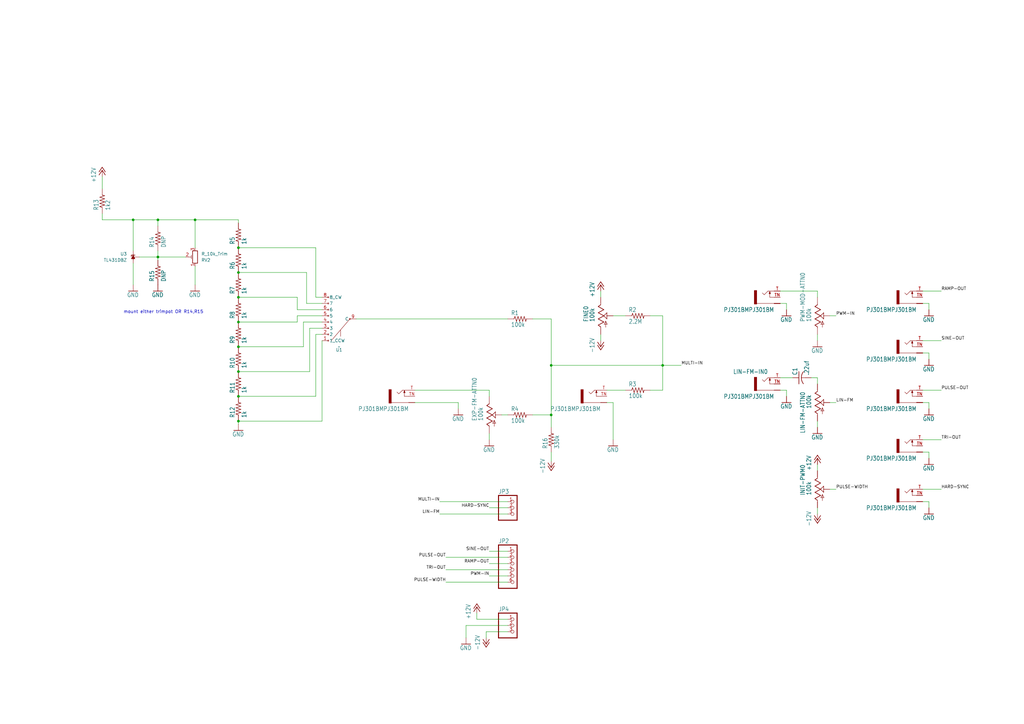
<source format=kicad_sch>
(kicad_sch (version 20231120) (generator "eeschema") (generator_version "8.0")
  (paper "A3")
  (lib_symbols
    (symbol "1UserLibrary:RS16_8PST_Rotary_Switch"
      (property "Reference" "U" (at -5.08 0 0))
      (symbol "RS16_8PST_Rotary_Switch_0_1"
        (circle (center 0 -20.32) (radius 0.2576))
        (circle (center 0 -17.78) (radius 0.2576))
        (circle (center 0 -15.24) (radius 0.2576))
        (circle (center 0 -12.7) (radius 0.2576))
        (circle (center 0 -10.16) (radius 0.2576))
        (circle (center 0 -7.62) (radius 0.2576))
        (circle (center 0 -5.08) (radius 0.2576))
        (circle (center 0 -2.54) (radius 0.2576))
        (polyline (pts (xy 5.0518 -4.2905) (xy 5.0518 -6.8305)))
        (polyline (pts (xy 8.89 -11.43) (xy 1.27 -2.54)))
        (circle (center 8.89 -11.43) (radius 0.2576))
      )
      (symbol "RS16_8PST_Rotary_Switch_1_1"
        (pin input line (at -2.54 -2.54 0) (length 2.54) (name "1_CCW") (number "1"))
        (pin input line (at -2.54 -5.08 0) (length 2.54) (name "2") (number "2"))
        (pin input line (at -2.54 -7.62 0) (length 2.54) (name "3") (number "3"))
        (pin input line (at -2.54 -10.16 0) (length 2.54) (name "4") (number "4"))
        (pin input line (at -2.54 -12.7 0) (length 2.54) (name "5") (number "5"))
        (pin input line (at -2.54 -15.24 0) (length 2.54) (name "6") (number "6"))
        (pin input line (at -2.54 -17.78 0) (length 2.54) (name "7") (number "7"))
        (pin input line (at -2.54 -20.32 0) (length 2.54) (name "8_CW") (number "8"))
        (pin input line (at 11.43 -11.43 180) (length 2.54) (name "C") (number "9"))
      )
    )
    (symbol "Device:R_Potentiometer_Trim" (pin_names (offset 1.016) hide)
      (property "Reference" "RV" (at -4.445 0 90))
      (property "Value" "R_Potentiometer_Trim" (at -2.54 0 90))
      (symbol "R_Potentiometer_Trim_0_1"
        (polyline (pts (xy 1.524 0.762) (xy 1.524 -0.762)))
        (polyline (pts (xy 2.54 0) (xy 1.524 0)))
        (rectangle (start 1.016 2.54) (end -1.016 -2.54) (stroke (width 0.254)))
      )
      (symbol "R_Potentiometer_Trim_1_1"
        (pin passive line (at 0 3.81 270) (length 1.27) (name "1") (number "1"))
        (pin passive line (at 3.81 0 180) (length 1.27) (name "2") (number "2"))
        (pin passive line (at 0 -3.81 90) (length 1.27) (name "3") (number "3"))
      )
    )
    (symbol "PJ301BMPJ301BM_1"
      (symbol "PJ301BMPJ301BM_1_1_0"
        (polyline (pts (xy -2.54 -2.54) (xy 4.572 -2.54)) (stroke (width 0.1524)))
        (polyline (pts (xy -2.54 0) (xy -0.762 0)) (stroke (width 0.1524)))
        (polyline (pts (xy -2.54 2.54) (xy 0 2.54)) (stroke (width 0.1524)))
        (polyline (pts (xy -1.016 1.524) (xy -0.508 1.524)) (stroke (width 0.254)))
        (polyline (pts (xy -0.762 0) (xy -0.762 2.286)) (stroke (width 0.1524)))
        (polyline (pts (xy -0.762 2.286) (xy -1.016 1.524)) (stroke (width 0.254)))
        (polyline (pts (xy -0.508 1.524) (xy -0.762 2.286)) (stroke (width 0.254)))
        (polyline (pts (xy 0 2.54) (xy 1.524 1.016)) (stroke (width 0.1524)))
        (polyline (pts (xy 1.524 1.016) (xy 2.286 1.778)) (stroke (width 0.1524)))
        (rectangle (start 4.572 2.794) (end 5.588 -2.794) (fill (type outline)))
        (pin passive line (at -5.08 -2.54 0) (length 2.54) (name "5") (number "GND2"))
        (pin passive line (at -5.08 -2.54 0) (length 2.54) (name "S") (number "S"))
        (pin passive line (at -5.08 2.54 0) (length 2.54) (name "T") (number "T"))
        (pin passive line (at -5.08 0 0) (length 2.54) (name "TN") (number "TN"))
      )
    )
    (symbol "PJ301BMPJ301BM_2"
      (symbol "PJ301BMPJ301BM_2_1_0"
        (polyline (pts (xy -2.54 -2.54) (xy 4.572 -2.54)) (stroke (width 0.1524)))
        (polyline (pts (xy -2.54 0) (xy -0.762 0)) (stroke (width 0.1524)))
        (polyline (pts (xy -2.54 2.54) (xy 0 2.54)) (stroke (width 0.1524)))
        (polyline (pts (xy -1.016 1.524) (xy -0.508 1.524)) (stroke (width 0.254)))
        (polyline (pts (xy -0.762 0) (xy -0.762 2.286)) (stroke (width 0.1524)))
        (polyline (pts (xy -0.762 2.286) (xy -1.016 1.524)) (stroke (width 0.254)))
        (polyline (pts (xy -0.508 1.524) (xy -0.762 2.286)) (stroke (width 0.254)))
        (polyline (pts (xy 0 2.54) (xy 1.524 1.016)) (stroke (width 0.1524)))
        (polyline (pts (xy 1.524 1.016) (xy 2.286 1.778)) (stroke (width 0.1524)))
        (rectangle (start 4.572 2.794) (end 5.588 -2.794) (fill (type outline)))
        (pin passive line (at -5.08 -2.54 0) (length 2.54) (name "5") (number "GND2"))
        (pin passive line (at -5.08 -2.54 0) (length 2.54) (name "S") (number "S"))
        (pin passive line (at -5.08 2.54 0) (length 2.54) (name "T") (number "T"))
        (pin passive line (at -5.08 0 0) (length 2.54) (name "TN") (number "TN"))
      )
    )
    (symbol "PJ301BMPJ301BM_3"
      (symbol "PJ301BMPJ301BM_3_1_0"
        (polyline (pts (xy -2.54 -2.54) (xy 4.572 -2.54)) (stroke (width 0.1524)))
        (polyline (pts (xy -2.54 0) (xy -0.762 0)) (stroke (width 0.1524)))
        (polyline (pts (xy -2.54 2.54) (xy 0 2.54)) (stroke (width 0.1524)))
        (polyline (pts (xy -1.016 1.524) (xy -0.508 1.524)) (stroke (width 0.254)))
        (polyline (pts (xy -0.762 0) (xy -0.762 2.286)) (stroke (width 0.1524)))
        (polyline (pts (xy -0.762 2.286) (xy -1.016 1.524)) (stroke (width 0.254)))
        (polyline (pts (xy -0.508 1.524) (xy -0.762 2.286)) (stroke (width 0.254)))
        (polyline (pts (xy 0 2.54) (xy 1.524 1.016)) (stroke (width 0.1524)))
        (polyline (pts (xy 1.524 1.016) (xy 2.286 1.778)) (stroke (width 0.1524)))
        (rectangle (start 4.572 2.794) (end 5.588 -2.794) (fill (type outline)))
        (pin passive line (at -5.08 -2.54 0) (length 2.54) (name "5") (number "GND2"))
        (pin passive line (at -5.08 -2.54 0) (length 2.54) (name "S") (number "S"))
        (pin passive line (at -5.08 2.54 0) (length 2.54) (name "T") (number "T"))
        (pin passive line (at -5.08 0 0) (length 2.54) (name "TN") (number "TN"))
      )
    )
    (symbol "PJ301BMPJ301BM_4"
      (symbol "PJ301BMPJ301BM_4_1_0"
        (polyline (pts (xy -2.54 -2.54) (xy 4.572 -2.54)) (stroke (width 0.1524)))
        (polyline (pts (xy -2.54 0) (xy -0.762 0)) (stroke (width 0.1524)))
        (polyline (pts (xy -2.54 2.54) (xy 0 2.54)) (stroke (width 0.1524)))
        (polyline (pts (xy -1.016 1.524) (xy -0.508 1.524)) (stroke (width 0.254)))
        (polyline (pts (xy -0.762 0) (xy -0.762 2.286)) (stroke (width 0.1524)))
        (polyline (pts (xy -0.762 2.286) (xy -1.016 1.524)) (stroke (width 0.254)))
        (polyline (pts (xy -0.508 1.524) (xy -0.762 2.286)) (stroke (width 0.254)))
        (polyline (pts (xy 0 2.54) (xy 1.524 1.016)) (stroke (width 0.1524)))
        (polyline (pts (xy 1.524 1.016) (xy 2.286 1.778)) (stroke (width 0.1524)))
        (rectangle (start 4.572 2.794) (end 5.588 -2.794) (fill (type outline)))
        (pin passive line (at -5.08 -2.54 0) (length 2.54) (name "5") (number "GND2"))
        (pin passive line (at -5.08 -2.54 0) (length 2.54) (name "S") (number "S"))
        (pin passive line (at -5.08 2.54 0) (length 2.54) (name "T") (number "T"))
        (pin passive line (at -5.08 0 0) (length 2.54) (name "TN") (number "TN"))
      )
    )
    (symbol "PJ301BMPJ301BM_5"
      (symbol "PJ301BMPJ301BM_5_1_0"
        (polyline (pts (xy -2.54 -2.54) (xy 4.572 -2.54)) (stroke (width 0.1524)))
        (polyline (pts (xy -2.54 0) (xy -0.762 0)) (stroke (width 0.1524)))
        (polyline (pts (xy -2.54 2.54) (xy 0 2.54)) (stroke (width 0.1524)))
        (polyline (pts (xy -1.016 1.524) (xy -0.508 1.524)) (stroke (width 0.254)))
        (polyline (pts (xy -0.762 0) (xy -0.762 2.286)) (stroke (width 0.1524)))
        (polyline (pts (xy -0.762 2.286) (xy -1.016 1.524)) (stroke (width 0.254)))
        (polyline (pts (xy -0.508 1.524) (xy -0.762 2.286)) (stroke (width 0.254)))
        (polyline (pts (xy 0 2.54) (xy 1.524 1.016)) (stroke (width 0.1524)))
        (polyline (pts (xy 1.524 1.016) (xy 2.286 1.778)) (stroke (width 0.1524)))
        (rectangle (start 4.572 2.794) (end 5.588 -2.794) (fill (type outline)))
        (pin passive line (at -5.08 -2.54 0) (length 2.54) (name "5") (number "GND2"))
        (pin passive line (at -5.08 -2.54 0) (length 2.54) (name "S") (number "S"))
        (pin passive line (at -5.08 2.54 0) (length 2.54) (name "T") (number "T"))
        (pin passive line (at -5.08 0 0) (length 2.54) (name "TN") (number "TN"))
      )
    )
    (symbol "PJ301BMPJ301BM_6"
      (symbol "PJ301BMPJ301BM_6_1_0"
        (polyline (pts (xy -2.54 -2.54) (xy 4.572 -2.54)) (stroke (width 0.1524)))
        (polyline (pts (xy -2.54 0) (xy -0.762 0)) (stroke (width 0.1524)))
        (polyline (pts (xy -2.54 2.54) (xy 0 2.54)) (stroke (width 0.1524)))
        (polyline (pts (xy -1.016 1.524) (xy -0.508 1.524)) (stroke (width 0.254)))
        (polyline (pts (xy -0.762 0) (xy -0.762 2.286)) (stroke (width 0.1524)))
        (polyline (pts (xy -0.762 2.286) (xy -1.016 1.524)) (stroke (width 0.254)))
        (polyline (pts (xy -0.508 1.524) (xy -0.762 2.286)) (stroke (width 0.254)))
        (polyline (pts (xy 0 2.54) (xy 1.524 1.016)) (stroke (width 0.1524)))
        (polyline (pts (xy 1.524 1.016) (xy 2.286 1.778)) (stroke (width 0.1524)))
        (rectangle (start 4.572 2.794) (end 5.588 -2.794) (fill (type outline)))
        (pin passive line (at -5.08 -2.54 0) (length 2.54) (name "5") (number "GND2"))
        (pin passive line (at -5.08 -2.54 0) (length 2.54) (name "S") (number "S"))
        (pin passive line (at -5.08 2.54 0) (length 2.54) (name "T") (number "T"))
        (pin passive line (at -5.08 0 0) (length 2.54) (name "TN") (number "TN"))
      )
    )
    (symbol "PJ301BMPJ301BM_7"
      (symbol "PJ301BMPJ301BM_7_1_0"
        (polyline (pts (xy -2.54 -2.54) (xy 4.572 -2.54)) (stroke (width 0.1524)))
        (polyline (pts (xy -2.54 0) (xy -0.762 0)) (stroke (width 0.1524)))
        (polyline (pts (xy -2.54 2.54) (xy 0 2.54)) (stroke (width 0.1524)))
        (polyline (pts (xy -1.016 1.524) (xy -0.508 1.524)) (stroke (width 0.254)))
        (polyline (pts (xy -0.762 0) (xy -0.762 2.286)) (stroke (width 0.1524)))
        (polyline (pts (xy -0.762 2.286) (xy -1.016 1.524)) (stroke (width 0.254)))
        (polyline (pts (xy -0.508 1.524) (xy -0.762 2.286)) (stroke (width 0.254)))
        (polyline (pts (xy 0 2.54) (xy 1.524 1.016)) (stroke (width 0.1524)))
        (polyline (pts (xy 1.524 1.016) (xy 2.286 1.778)) (stroke (width 0.1524)))
        (rectangle (start 4.572 2.794) (end 5.588 -2.794) (fill (type outline)))
        (pin passive line (at -5.08 -2.54 0) (length 2.54) (name "5") (number "GND2"))
        (pin passive line (at -5.08 -2.54 0) (length 2.54) (name "S") (number "S"))
        (pin passive line (at -5.08 2.54 0) (length 2.54) (name "T") (number "T"))
        (pin passive line (at -5.08 0 0) (length 2.54) (name "TN") (number "TN"))
      )
    )
    (symbol "PJ301BMPJ301BM_8"
      (symbol "PJ301BMPJ301BM_8_1_0"
        (polyline (pts (xy -2.54 -2.54) (xy 4.572 -2.54)) (stroke (width 0.1524)))
        (polyline (pts (xy -2.54 0) (xy -0.762 0)) (stroke (width 0.1524)))
        (polyline (pts (xy -2.54 2.54) (xy 0 2.54)) (stroke (width 0.1524)))
        (polyline (pts (xy -1.016 1.524) (xy -0.508 1.524)) (stroke (width 0.254)))
        (polyline (pts (xy -0.762 0) (xy -0.762 2.286)) (stroke (width 0.1524)))
        (polyline (pts (xy -0.762 2.286) (xy -1.016 1.524)) (stroke (width 0.254)))
        (polyline (pts (xy -0.508 1.524) (xy -0.762 2.286)) (stroke (width 0.254)))
        (polyline (pts (xy 0 2.54) (xy 1.524 1.016)) (stroke (width 0.1524)))
        (polyline (pts (xy 1.524 1.016) (xy 2.286 1.778)) (stroke (width 0.1524)))
        (rectangle (start 4.572 2.794) (end 5.588 -2.794) (fill (type outline)))
        (pin passive line (at -5.08 -2.54 0) (length 2.54) (name "5") (number "GND2"))
        (pin passive line (at -5.08 -2.54 0) (length 2.54) (name "S") (number "S"))
        (pin passive line (at -5.08 2.54 0) (length 2.54) (name "T") (number "T"))
        (pin passive line (at -5.08 0 0) (length 2.54) (name "TN") (number "TN"))
      )
    )
    (symbol "Reference_Voltage:TL431DBZ" (pin_numbers hide) (pin_names hide)
      (property "Reference" "U3" (at 1.2701 -2.54 90))
      (property "Value" "TL431DBZ" (at -1.2699 -2.54 90))
      (symbol "TL431DBZ_0_1"
        (polyline (pts (xy -1.27 0) (xy 0 0) (xy 1.27 0)))
        (polyline (pts (xy -0.762 -0.762) (xy -0.762 0.762) (xy 0.762 0) (xy -0.762 -0.762)) (fill (type outline)))
        (polyline (pts (xy 0.254 -0.762) (xy 0.762 -0.762) (xy 0.762 0.762) (xy 0.762 0.762)) (stroke (width 0.254)))
      )
      (symbol "TL431DBZ_1_1"
        (pin passive line (at 0 2.54 270) (length 2.54) (name "REF") (number "1"))
        (pin passive line (at 2.54 0 180) (length 2.54) (name "K") (number "2"))
        (pin passive line (at -2.54 0 0) (length 2.54) (name "A") (number "3"))
      )
    )
    (symbol "ioboard-eagle-import:+12V" (power)
      (symbol "+12V_1_0"
        (polyline (pts (xy 0 0) (xy -1.27 -1.905)) (stroke (width 0.254)))
        (polyline (pts (xy 0 1.27) (xy -1.27 -0.635)) (stroke (width 0.254)))
        (polyline (pts (xy 1.27 -1.905) (xy 0 0)) (stroke (width 0.254)))
        (polyline (pts (xy 1.27 -0.635) (xy 0 1.27)) (stroke (width 0.254)))
        (pin power_in line (at 0 -2.54 90) (length 2.54) (name "+12V") (number "1"))
      )
    )
    (symbol "ioboard-eagle-import:-12V" (power)
      (symbol "-12V_1_0"
        (polyline (pts (xy -1.27 0.635) (xy 0 -1.27)) (stroke (width 0.254)))
        (polyline (pts (xy -1.27 1.905) (xy 0 0)) (stroke (width 0.254)))
        (polyline (pts (xy 0 -1.27) (xy 1.27 0.635)) (stroke (width 0.254)))
        (polyline (pts (xy 0 0) (xy 1.27 1.905)) (stroke (width 0.254)))
        (pin power_in line (at 0 2.54 270) (length 2.54) (name "-12V") (number "1"))
      )
    )
    (symbol "ioboard-eagle-import:A4L-LOC"
      (symbol "A4L-LOC_1_0"
        (polyline (pts (xy 0 44.7675) (xy 3.81 44.7675)))
        (polyline (pts (xy 0 89.535) (xy 3.81 89.535)))
        (polyline (pts (xy 0 134.3025) (xy 3.81 134.3025)))
        (polyline (pts (xy 3.81 3.81) (xy 3.81 175.26)))
        (polyline (pts (xy 43.3917 0) (xy 43.3917 3.81)))
        (polyline (pts (xy 43.3917 175.26) (xy 43.3917 179.07)))
        (polyline (pts (xy 86.7833 0) (xy 86.7833 3.81)))
        (polyline (pts (xy 86.7833 175.26) (xy 86.7833 179.07)))
        (polyline (pts (xy 130.175 0) (xy 130.175 3.81)))
        (polyline (pts (xy 130.175 175.26) (xy 130.175 179.07)))
        (polyline (pts (xy 161.29 3.81) (xy 161.29 24.13)) (stroke (width 0.1016)))
        (polyline (pts (xy 161.29 24.13) (xy 215.265 24.13)) (stroke (width 0.1016)))
        (polyline (pts (xy 173.5667 0) (xy 173.5667 3.81)))
        (polyline (pts (xy 173.5667 175.26) (xy 173.5667 179.07)))
        (polyline (pts (xy 215.265 8.89) (xy 215.265 3.81)) (stroke (width 0.1016)))
        (polyline (pts (xy 215.265 8.89) (xy 215.265 13.97)) (stroke (width 0.1016)))
        (polyline (pts (xy 215.265 13.97) (xy 215.265 19.05)) (stroke (width 0.1016)))
        (polyline (pts (xy 215.265 13.97) (xy 256.54 13.97)) (stroke (width 0.1016)))
        (polyline (pts (xy 215.265 19.05) (xy 215.265 24.13)) (stroke (width 0.1016)))
        (polyline (pts (xy 215.265 19.05) (xy 256.54 19.05)) (stroke (width 0.1016)))
        (polyline (pts (xy 215.265 24.13) (xy 256.54 24.13)) (stroke (width 0.1016)))
        (polyline (pts (xy 216.9583 0) (xy 216.9583 3.81)))
        (polyline (pts (xy 216.9583 175.26) (xy 216.9583 179.07)))
        (polyline (pts (xy 246.38 3.81) (xy 246.38 8.89)) (stroke (width 0.1016)))
        (polyline (pts (xy 246.38 8.89) (xy 215.265 8.89)) (stroke (width 0.1016)))
        (polyline (pts (xy 246.38 8.89) (xy 256.54 8.89)) (stroke (width 0.1016)))
        (polyline (pts (xy 256.54 3.81) (xy 3.81 3.81)))
        (polyline (pts (xy 256.54 3.81) (xy 256.54 8.89)) (stroke (width 0.1016)))
        (polyline (pts (xy 256.54 3.81) (xy 256.54 175.26)))
        (polyline (pts (xy 256.54 8.89) (xy 256.54 13.97)) (stroke (width 0.1016)))
        (polyline (pts (xy 256.54 13.97) (xy 256.54 19.05)) (stroke (width 0.1016)))
        (polyline (pts (xy 256.54 19.05) (xy 256.54 24.13)) (stroke (width 0.1016)))
        (polyline (pts (xy 256.54 44.7675) (xy 260.35 44.7675)))
        (polyline (pts (xy 256.54 89.535) (xy 260.35 89.535)))
        (polyline (pts (xy 256.54 134.3025) (xy 260.35 134.3025)))
        (polyline (pts (xy 256.54 175.26) (xy 3.81 175.26)))
        (polyline (pts (xy 0 0) (xy 260.35 0) (xy 260.35 179.07) (xy 0 179.07) (xy 0 0)))
        (text "${#}/${##}" (at 230.505 5.08 0) (effects (font (size 2.54 2.159)) (justify left bottom)))
        (text "${CURRENT_DATE}" (at 217.17 10.16 0) (effects (font (size 2.286 1.9431)) (justify left bottom)))
        (text "${PROJECTNAME}" (at 217.17 15.24 0) (effects (font (size 2.54 2.159)) (justify left bottom)))
        (text "1" (at 21.6958 1.905 0) (effects (font (size 2.54 2.286))))
        (text "1" (at 21.6958 177.165 0) (effects (font (size 2.54 2.286))))
        (text "2" (at 65.0875 1.905 0) (effects (font (size 2.54 2.286))))
        (text "2" (at 65.0875 177.165 0) (effects (font (size 2.54 2.286))))
        (text "3" (at 108.4792 1.905 0) (effects (font (size 2.54 2.286))))
        (text "3" (at 108.4792 177.165 0) (effects (font (size 2.54 2.286))))
        (text "4" (at 151.8708 1.905 0) (effects (font (size 2.54 2.286))))
        (text "4" (at 151.8708 177.165 0) (effects (font (size 2.54 2.286))))
        (text "5" (at 195.2625 1.905 0) (effects (font (size 2.54 2.286))))
        (text "5" (at 195.2625 177.165 0) (effects (font (size 2.54 2.286))))
        (text "6" (at 238.6542 1.905 0) (effects (font (size 2.54 2.286))))
        (text "6" (at 238.6542 177.165 0) (effects (font (size 2.54 2.286))))
        (text "A" (at 1.905 156.6863 0) (effects (font (size 2.54 2.286))))
        (text "A" (at 258.445 156.6863 0) (effects (font (size 2.54 2.286))))
        (text "B" (at 1.905 111.9188 0) (effects (font (size 2.54 2.286))))
        (text "B" (at 258.445 111.9188 0) (effects (font (size 2.54 2.286))))
        (text "C" (at 1.905 67.1513 0) (effects (font (size 2.54 2.286))))
        (text "C" (at 258.445 67.1513 0) (effects (font (size 2.54 2.286))))
        (text "D" (at 1.905 22.3838 0) (effects (font (size 2.54 2.286))))
        (text "D" (at 258.445 22.3838 0) (effects (font (size 2.54 2.286))))
        (text "Sheet:" (at 216.916 4.953 0) (effects (font (size 2.54 2.159)) (justify left bottom)))
      )
    )
    (symbol "ioboard-eagle-import:ALPHA-9MMA"
      (property "Reference" "R" (at -5.08 -2.54 90))
      (symbol "ALPHA-9MMA_1_0"
        (polyline (pts (xy -1.016 -3.81) (xy 1.27 -2.54)) (stroke (width 0.254)))
        (polyline (pts (xy -1.016 -1.27) (xy 1.27 0)) (stroke (width 0.254)))
        (polyline (pts (xy -1.016 1.27) (xy 1.27 2.54)) (stroke (width 0.254)))
        (polyline (pts (xy -1.016 3.81) (xy 0 4.572)) (stroke (width 0.254)))
        (polyline (pts (xy 0 -5.08) (xy 0 -4.572)) (stroke (width 0.1524)))
        (polyline (pts (xy 0 -4.572) (xy -1.016 -3.81)) (stroke (width 0.254)))
        (polyline (pts (xy 0 4.572) (xy 0 5.08)) (stroke (width 0.1524)))
        (polyline (pts (xy 1.27 -2.54) (xy -1.016 -1.27)) (stroke (width 0.254)))
        (polyline (pts (xy 1.27 0) (xy -1.016 1.27)) (stroke (width 0.254)))
        (polyline (pts (xy 1.27 0) (xy 2.54 1.27)) (stroke (width 0.2032)))
        (polyline (pts (xy 1.27 2.54) (xy -1.016 3.81)) (stroke (width 0.254)))
        (polyline (pts (xy 1.397 -3.429) (xy 2.032 -2.159)) (stroke (width 0.1524)))
        (polyline (pts (xy 2.032 -4.699) (xy 2.032 -2.159)) (stroke (width 0.1524)))
        (polyline (pts (xy 2.032 -2.159) (xy 2.667 -3.429)) (stroke (width 0.1524)))
        (polyline (pts (xy 2.54 -1.27) (xy 1.27 0)) (stroke (width 0.2032)))
        (polyline (pts (xy 2.54 1.27) (xy 2.54 -1.27)) (stroke (width 0.2032)))
        (polyline (pts (xy 2.667 -3.429) (xy 1.397 -3.429)) (stroke (width 0.1524)))
        (pin passive line (at 0 -7.62 90) (length 2.54) (name "A") (number "1"))
        (pin passive line (at 5.08 0 180) (length 2.54) (name "S") (number "2"))
        (pin passive line (at 0 7.62 270) (length 2.54) (name "E") (number "3"))
      )
    )
    (symbol "ioboard-eagle-import:C-US050-024X044"
      (property "Reference" "C" (at 1.016 0.635 0))
      (symbol "C-US050-024X044_1_0"
        (arc (start 0 -1.0161) (mid -1.302 -1.2303) (end -2.4668 -1.8504) (stroke (width 0.254)))
        (polyline (pts (xy -2.54 0) (xy 2.54 0)) (stroke (width 0.254)))
        (polyline (pts (xy 0 -1.016) (xy 0 -2.54)) (stroke (width 0.1524)))
        (arc (start 2.4892 -1.8541) (mid 1.3158 -1.2194) (end 0 -1) (stroke (width 0.254)))
        (pin passive line (at 0 2.54 270) (length 2.54) (name "1") (number "1"))
        (pin passive line (at 0 -5.08 90) (length 2.54) (name "2") (number "2"))
      )
    )
    (symbol "ioboard-eagle-import:GND" (power)
      (symbol "GND_1_0"
        (polyline (pts (xy -1.905 0) (xy 1.905 0)) (stroke (width 0.254)))
        (pin power_in line (at 0 2.54 270) (length 2.54) (name "GND") (number "1"))
      )
    )
    (symbol "ioboard-eagle-import:PINHD-1X3"
      (property "Reference" "JP" (at -6.35 5.715 0))
      (symbol "PINHD-1X3_1_0"
        (polyline (pts (xy -6.35 -5.08) (xy 1.27 -5.08)) (stroke (width 0.4064)))
        (polyline (pts (xy -6.35 5.08) (xy -6.35 -5.08)) (stroke (width 0.4064)))
        (polyline (pts (xy 1.27 -5.08) (xy 1.27 5.08)) (stroke (width 0.4064)))
        (polyline (pts (xy 1.27 5.08) (xy -6.35 5.08)) (stroke (width 0.4064)))
        (pin passive inverted (at -2.54 2.54 0) (length 2.54) (name "1") (number "1"))
        (pin passive inverted (at -2.54 0 0) (length 2.54) (name "2") (number "2"))
        (pin passive inverted (at -2.54 -2.54 0) (length 2.54) (name "3") (number "3"))
      )
    )
    (symbol "ioboard-eagle-import:PINHD-1X6"
      (property "Reference" "JP" (at -6.35 10.795 0))
      (symbol "PINHD-1X6_1_0"
        (polyline (pts (xy -6.35 -7.62) (xy 1.27 -7.62)) (stroke (width 0.4064)))
        (polyline (pts (xy -6.35 10.16) (xy -6.35 -7.62)) (stroke (width 0.4064)))
        (polyline (pts (xy 1.27 -7.62) (xy 1.27 10.16)) (stroke (width 0.4064)))
        (polyline (pts (xy 1.27 10.16) (xy -6.35 10.16)) (stroke (width 0.4064)))
        (pin passive inverted (at -2.54 7.62 0) (length 2.54) (name "1") (number "1"))
        (pin passive inverted (at -2.54 5.08 0) (length 2.54) (name "2") (number "2"))
        (pin passive inverted (at -2.54 2.54 0) (length 2.54) (name "3") (number "3"))
        (pin passive inverted (at -2.54 0 0) (length 2.54) (name "4") (number "4"))
        (pin passive inverted (at -2.54 -2.54 0) (length 2.54) (name "5") (number "5"))
        (pin passive inverted (at -2.54 -5.08 0) (length 2.54) (name "6") (number "6"))
      )
    )
    (symbol "ioboard-eagle-import:R-US_0207/10"
      (property "Reference" "R" (at -3.81 1.4986 0))
      (symbol "R-US_0207/10_1_0"
        (polyline (pts (xy -2.54 0) (xy -2.159 1.016)) (stroke (width 0.2032)))
        (polyline (pts (xy -2.159 1.016) (xy -1.524 -1.016)) (stroke (width 0.2032)))
        (polyline (pts (xy -1.524 -1.016) (xy -0.889 1.016)) (stroke (width 0.2032)))
        (polyline (pts (xy -0.889 1.016) (xy -0.254 -1.016)) (stroke (width 0.2032)))
        (polyline (pts (xy -0.254 -1.016) (xy 0.381 1.016)) (stroke (width 0.2032)))
        (polyline (pts (xy 0.381 1.016) (xy 1.016 -1.016)) (stroke (width 0.2032)))
        (polyline (pts (xy 1.016 -1.016) (xy 1.651 1.016)) (stroke (width 0.2032)))
        (polyline (pts (xy 1.651 1.016) (xy 2.286 -1.016)) (stroke (width 0.2032)))
        (polyline (pts (xy 2.286 -1.016) (xy 2.54 0)) (stroke (width 0.2032)))
        (pin passive line (at -5.08 0 0) (length 2.54) (name "1") (number "1"))
        (pin passive line (at 5.08 0 180) (length 2.54) (name "2") (number "2"))
      )
    )
  )
  (junction (at 97.79 101.6))
  (junction (at 226.06 170.18))
  (junction (at 54.61 90.17))
  (junction (at 226.06 149.86))
  (junction (at 97.79 132.08))
  (junction (at 271.78 149.86))
  (junction (at 97.79 172.72))
  (junction (at 97.79 162.56))
  (junction (at 97.79 111.76))
  (junction (at 97.79 152.4))
  (junction (at 64.77 90.17))
  (junction (at 97.79 142.24))
  (junction (at 97.79 121.92))
  (junction (at 64.77 105.41))
  (junction (at 80.01 90.17))
  (wire (pts (xy 200.66 180.34) (xy 200.66 177.8)) (stroke (width 0.1524)))
  (wire (pts (xy 187.96 165.1) (xy 187.96 167.64)) (stroke (width 0.1524)))
  (wire (pts (xy 335.28 175.26) (xy 335.28 172.72)) (stroke (width 0.1524)))
  (wire (pts (xy 226.06 170.18) (xy 226.06 149.86)) (stroke (width 0.1524)))
  (wire (pts (xy 320.04 124.46) (xy 322.58 124.46)) (stroke (width 0.1524)))
  (wire (pts (xy 64.77 105.41) (xy 64.77 106.68)))
  (wire (pts (xy 335.28 119.38) (xy 335.28 121.92)) (stroke (width 0.1524)))
  (wire (pts (xy 322.58 160.02) (xy 322.58 162.56)) (stroke (width 0.1524)))
  (wire (pts (xy 378.46 205.74) (xy 381 205.74)) (stroke (width 0.1524)))
  (wire (pts (xy 54.61 116.84) (xy 54.61 107.95)))
  (wire (pts (xy 378.46 180.34) (xy 386.08 180.34)) (stroke (width 0.1524)))
  (wire (pts (xy 124.46 132.08) (xy 124.46 142.24)))
  (wire (pts (xy 80.01 109.22) (xy 80.01 116.84)))
  (wire (pts (xy 208.28 231.14) (xy 200.66 231.14)) (stroke (width 0.1524)))
  (wire (pts (xy 335.28 119.38) (xy 320.04 119.38)) (stroke (width 0.1524)))
  (wire (pts (xy 246.38 121.92) (xy 246.38 119.38)) (stroke (width 0.1524)))
  (wire (pts (xy 97.79 172.72) (xy 97.79 173.99)))
  (wire (pts (xy 208.28 236.22) (xy 200.66 236.22)) (stroke (width 0.1524)))
  (wire (pts (xy 129.54 162.56) (xy 97.79 162.56)))
  (wire (pts (xy 200.66 160.02) (xy 200.66 162.56)) (stroke (width 0.1524)))
  (wire (pts (xy 121.92 129.54) (xy 121.92 132.08)))
  (wire (pts (xy 121.92 127) (xy 121.92 121.92)))
  (wire (pts (xy 248.92 160.02) (xy 256.54 160.02)) (stroke (width 0.1524)))
  (wire (pts (xy 191.135 256.54) (xy 191.135 261.62)) (stroke (width 0.1524)))
  (wire (pts (xy 199.39 259.08) (xy 199.39 261.62)) (stroke (width 0.1524)))
  (wire (pts (xy 121.92 132.08) (xy 97.79 132.08)))
  (wire (pts (xy 218.44 130.81) (xy 226.06 130.81)) (stroke (width 0.1524)))
  (wire (pts (xy 54.61 90.17) (xy 54.61 102.87)))
  (wire (pts (xy 208.28 210.82) (xy 180.34 210.82)) (stroke (width 0.1524)))
  (wire (pts (xy 54.61 90.17) (xy 64.77 90.17)))
  (wire (pts (xy 251.46 165.1) (xy 251.46 180.34)) (stroke (width 0.1524)))
  (wire (pts (xy 218.44 170.18) (xy 226.06 170.18)) (stroke (width 0.1524)))
  (wire (pts (xy 208.28 205.74) (xy 180.34 205.74)) (stroke (width 0.1524)))
  (wire (pts (xy 64.77 92.71) (xy 64.77 90.17)))
  (wire (pts (xy 381 205.74) (xy 381 208.28)) (stroke (width 0.1524)))
  (wire (pts (xy 129.54 137.16) (xy 129.54 162.56)))
  (wire (pts (xy 80.01 90.17) (xy 80.01 101.6)))
  (wire (pts (xy 381 165.1) (xy 381 167.64)) (stroke (width 0.1524)))
  (wire (pts (xy 64.77 102.87) (xy 64.77 105.41)))
  (wire (pts (xy 97.79 91.44) (xy 97.79 90.17)))
  (wire (pts (xy 125.73 111.76) (xy 97.79 111.76)))
  (wire (pts (xy 335.28 154.94) (xy 335.28 157.48)) (stroke (width 0.1524)))
  (wire (pts (xy 325.12 154.94) (xy 320.04 154.94)) (stroke (width 0.1524)))
  (wire (pts (xy 340.36 165.1) (xy 342.9 165.1)) (stroke (width 0.1524)))
  (wire (pts (xy 132.08 121.92) (xy 129.54 121.92)))
  (wire (pts (xy 132.08 132.08) (xy 124.46 132.08)))
  (wire (pts (xy 41.91 72.39) (xy 41.91 77.47)))
  (wire (pts (xy 271.78 149.86) (xy 271.78 129.54)) (stroke (width 0.1524)))
  (wire (pts (xy 205.74 170.18) (xy 208.28 170.18)) (stroke (width 0.1524)))
  (wire (pts (xy 271.78 160.02) (xy 271.78 149.86)) (stroke (width 0.1524)))
  (wire (pts (xy 378.46 119.38) (xy 386.08 119.38)) (stroke (width 0.1524)))
  (wire (pts (xy 320.04 160.02) (xy 322.58 160.02)) (stroke (width 0.1524)))
  (wire (pts (xy 64.77 90.17) (xy 80.01 90.17)))
  (wire (pts (xy 226.06 185.42) (xy 226.06 189.23)))
  (wire (pts (xy 378.46 165.1) (xy 381 165.1)) (stroke (width 0.1524)))
  (wire (pts (xy 378.46 139.7) (xy 386.08 139.7)) (stroke (width 0.1524)))
  (wire (pts (xy 378.46 185.42) (xy 381 185.42)) (stroke (width 0.1524)))
  (wire (pts (xy 335.28 210.82) (xy 335.28 208.28)) (stroke (width 0.1524)))
  (wire (pts (xy 41.91 90.17) (xy 54.61 90.17)))
  (wire (pts (xy 340.36 200.66) (xy 342.9 200.66)) (stroke (width 0.1524)))
  (wire (pts (xy 378.46 160.02) (xy 386.08 160.02)) (stroke (width 0.1524)))
  (wire (pts (xy 127 134.62) (xy 127 152.4)))
  (wire (pts (xy 121.92 121.92) (xy 97.79 121.92)))
  (wire (pts (xy 208.28 226.06) (xy 200.66 226.06)) (stroke (width 0.1524)))
  (wire (pts (xy 246.38 139.7) (xy 246.38 137.16)) (stroke (width 0.1524)))
  (wire (pts (xy 41.91 87.63) (xy 41.91 90.17)))
  (wire (pts (xy 208.28 238.76) (xy 182.88 238.76)) (stroke (width 0.1524)))
  (wire (pts (xy 251.46 129.54) (xy 256.54 129.54)) (stroke (width 0.1524)))
  (wire (pts (xy 335.28 139.7) (xy 335.28 137.16)) (stroke (width 0.1524)))
  (wire (pts (xy 271.78 149.86) (xy 279.4 149.86)) (stroke (width 0.1524)))
  (wire (pts (xy 381 185.42) (xy 381 187.96)) (stroke (width 0.1524)))
  (wire (pts (xy 146.05 130.81) (xy 208.28 130.81)))
  (wire (pts (xy 64.77 105.41) (xy 57.15 105.41)))
  (wire (pts (xy 195.58 254) (xy 195.58 251.46)) (stroke (width 0.1524)))
  (wire (pts (xy 132.08 124.46) (xy 125.73 124.46)))
  (wire (pts (xy 132.08 129.54) (xy 121.92 129.54)))
  (wire (pts (xy 332.74 154.94) (xy 335.28 154.94)) (stroke (width 0.1524)))
  (wire (pts (xy 378.46 144.78) (xy 381 144.78)) (stroke (width 0.1524)))
  (wire (pts (xy 170.18 165.1) (xy 187.96 165.1)) (stroke (width 0.1524)))
  (wire (pts (xy 271.78 129.54) (xy 266.7 129.54)) (stroke (width 0.1524)))
  (wire (pts (xy 381 124.46) (xy 381 127)) (stroke (width 0.1524)))
  (wire (pts (xy 208.28 254) (xy 195.58 254)) (stroke (width 0.1524)))
  (wire (pts (xy 208.28 256.54) (xy 191.135 256.54)) (stroke (width 0.1524)))
  (wire (pts (xy 226.06 170.18) (xy 226.06 175.26)))
  (wire (pts (xy 97.79 101.6) (xy 129.54 101.6)))
  (wire (pts (xy 132.08 127) (xy 121.92 127)))
  (wire (pts (xy 248.92 165.1) (xy 251.46 165.1)) (stroke (width 0.1524)))
  (wire (pts (xy 80.01 90.17) (xy 97.79 90.17)))
  (wire (pts (xy 226.06 130.81) (xy 226.06 149.86)) (stroke (width 0.1524)))
  (wire (pts (xy 378.46 200.66) (xy 386.08 200.66)) (stroke (width 0.1524)))
  (wire (pts (xy 132.08 137.16) (xy 129.54 137.16)))
  (wire (pts (xy 64.77 105.41) (xy 76.2 105.41)))
  (wire (pts (xy 129.54 101.6) (xy 129.54 121.92)))
  (wire (pts (xy 335.28 190.5) (xy 335.28 193.04)) (stroke (width 0.1524)))
  (wire (pts (xy 208.28 208.28) (xy 200.66 208.28)) (stroke (width 0.1524)))
  (wire (pts (xy 97.79 172.72) (xy 132.08 172.72)))
  (wire (pts (xy 132.08 172.72) (xy 132.08 139.7)))
  (wire (pts (xy 381 144.78) (xy 381 147.32)) (stroke (width 0.1524)))
  (wire (pts (xy 125.73 124.46) (xy 125.73 111.76)))
  (wire (pts (xy 208.28 259.08) (xy 199.39 259.08)) (stroke (width 0.1524)))
  (wire (pts (xy 127 152.4) (xy 97.79 152.4)))
  (wire (pts (xy 132.08 134.62) (xy 127 134.62)))
  (wire (pts (xy 208.28 233.68) (xy 182.88 233.68)) (stroke (width 0.1524)))
  (wire (pts (xy 322.58 124.46) (xy 322.58 127)) (stroke (width 0.1524)))
  (wire (pts (xy 266.7 160.02) (xy 271.78 160.02)) (stroke (width 0.1524)))
  (wire (pts (xy 340.36 129.54) (xy 342.9 129.54)) (stroke (width 0.1524)))
  (wire (pts (xy 208.28 228.6) (xy 182.88 228.6)) (stroke (width 0.1524)))
  (wire (pts (xy 378.46 124.46) (xy 381 124.46)) (stroke (width 0.1524)))
  (wire (pts (xy 226.06 149.86) (xy 271.78 149.86)) (stroke (width 0.1524)))
  (wire (pts (xy 170.18 160.02) (xy 200.66 160.02)) (stroke (width 0.1524)))
  (wire (pts (xy 124.46 142.24) (xy 97.79 142.24)))
  (text "mount either trimpot OR R14,R15" (at 67.056 128.016 0) (effects (font (size 1.27 1.27))))
  (label "PULSE-WIDTH" (at 342.9 200.66 0) (effects (font (size 1.2446 1.2446))))
  (label "TRI-OUT" (at 386.08 180.34 0) (effects (font (size 1.2446 1.2446))))
  (label "HARD-SYNC" (at 200.66 208.28 180) (effects (font (size 1.2446 1.2446))))
  (label "SINE-OUT" (at 200.66 226.06 180) (effects (font (size 1.2446 1.2446))))
  (label "PWM-IN" (at 200.66 236.22 180) (effects (font (size 1.2446 1.2446))))
  (label "RAMP-OUT" (at 386.08 119.38 0) (effects (font (size 1.2446 1.2446))))
  (label "HARD-SYNC" (at 386.08 200.66 0) (effects (font (size 1.2446 1.2446))))
  (label "SINE-OUT" (at 386.08 139.7 0) (effects (font (size 1.2446 1.2446))))
  (label "PULSE-OUT" (at 386.08 160.02 0) (effects (font (size 1.2446 1.2446))))
  (label "PULSE-OUT" (at 182.88 228.6 180) (effects (font (size 1.2446 1.2446))))
  (label "LIN-FM" (at 180.34 210.82 180) (effects (font (size 1.2446 1.2446))))
  (label "PULSE-WIDTH" (at 182.88 238.76 180) (effects (font (size 1.2446 1.2446))))
  (label "TRI-OUT" (at 182.88 233.68 180) (effects (font (size 1.2446 1.2446))))
  (label "LIN-FM" (at 342.9 165.1 0) (effects (font (size 1.2446 1.2446))))
  (label "MULTI-IN" (at 279.4 149.86 0) (effects (font (size 1.2446 1.2446))))
  (label "RAMP-OUT" (at 200.66 231.14 180) (effects (font (size 1.2446 1.2446))))
  (label "PWM-IN" (at 342.9 129.54 0) (effects (font (size 1.2446 1.2446))))
  (label "MULTI-IN" (at 180.34 205.74 180) (effects (font (size 1.2446 1.2446))))
  (symbol (lib_id "ioboard-eagle-import:GND") (at 97.79 176.53 0) (unit 1)
    (property "Reference" "#GND03" (effects (hide yes)))
    (property "Value" "GND" (at 95.25 179.07 0) (effects (font (size 1.778 1.5113)) (justify left bottom)))
  )
  (symbol (lib_id "ioboard-eagle-import:ALPHA-9MMA") (at 246.38 129.54 0) (unit 1)
    (property "Reference" "FINE0" (at 241.3 132.08 90) (effects (font (size 1.778 1.5113)) (justify left bottom)))
    (property "Value" "100k" (at 243.84 132.08 90) (effects (font (size 1.778 1.5113)) (justify left bottom)))
    (property "Footprint" "ioboard:EVUF" (effects (hide yes)))
  )
  (symbol (lib_id "ioboard-eagle-import:R-US_0207/10") (at 261.62 129.54 0) (unit 1)
    (property "Reference" "R2" (at 257.81 128.0414 0) (effects (font (size 1.778 1.5113)) (justify left bottom)))
    (property "Value" "2.2M" (at 257.81 132.842 0) (effects (font (size 1.778 1.5113)) (justify left bottom)))
    (property "Footprint" "Resistor_SMD:R_0805_2012Metric_Pad1.20x1.40mm_HandSolder" (effects (hide yes)))
  )
  (symbol (lib_id "ioboard-eagle-import:ALPHA-9MMA") (at 335.28 129.54 0) (unit 1)
    (property "Reference" "PWM-MOD-ATTN0" (at 330.2 132.08 90) (effects (font (size 1.778 1.5113)) (justify left bottom)))
    (property "Value" "100k" (at 332.74 132.08 90) (effects (font (size 1.778 1.5113)) (justify left bottom)))
    (property "Footprint" "ioboard:EVUF" (effects (hide yes)))
  )
  (symbol (lib_id "ioboard-eagle-import:GND") (at 200.66 182.88 0) (unit 1)
    (property "Reference" "#GND01" (effects (hide yes)))
    (property "Value" "GND" (at 198.12 185.42 0) (effects (font (size 1.778 1.5113)) (justify left bottom)))
  )
  (symbol (lib_id "ioboard-eagle-import:GND") (at 80.01 119.38 0) (unit 1)
    (property "Reference" "#GND015" (effects (hide yes)))
    (property "Value" "GND" (at 77.47 121.92 0) (effects (font (size 1.778 1.5113)) (justify left bottom)))
  )
  (symbol (lib_id "ioboard-eagle-import:+12V") (at 195.58 248.92 0) (unit 1)
    (property "Reference" "#P+012" (effects (hide yes)))
    (property "Value" "+12V" (at 193.04 254 90) (effects (font (size 1.778 1.5113)) (justify left bottom)))
  )
  (symbol (lib_id "ioboard-eagle-import:+12V") (at 41.91 69.85 0) (unit 1)
    (property "Reference" "#P+01" (effects (hide yes)))
    (property "Value" "+12V" (at 39.37 74.93 90) (effects (font (size 1.778 1.5113)) (justify left bottom)))
  )
  (symbol (lib_id "ioboard-eagle-import:R-US_0207/10") (at 97.79 147.32 90) (unit 1)
    (property "Reference" "R10" (at 96.2914 151.13 0) (effects (font (size 1.778 1.5113)) (justify left bottom)))
    (property "Value" "1k" (at 101.092 151.13 0) (effects (font (size 1.778 1.5113)) (justify left bottom)))
    (property "Footprint" "Resistor_SMD:R_0805_2012Metric_Pad1.20x1.40mm_HandSolder" (effects (hide yes)))
  )
  (symbol (lib_id "ioboard-eagle-import:R-US_0207/10") (at 226.06 180.34 90) (unit 1)
    (property "Reference" "R16" (at 224.5614 184.15 0) (effects (font (size 1.778 1.5113)) (justify left bottom)))
    (property "Value" "330k" (at 229.362 184.15 0) (effects (font (size 1.778 1.5113)) (justify left bottom)))
    (property "Footprint" "Resistor_SMD:R_0805_2012Metric_Pad1.20x1.40mm_HandSolder" (effects (hide yes)))
  )
  (symbol (lib_name "PJ301BMPJ301BM_1") (lib_id "ioboard-eagle-import:PJ301BMPJ301BM") (at 243.84 162.56 0) (mirror y) (unit 1)
    (property "Reference" "CV0" (effects (hide yes)))
    (property "Value" "PJ301BMPJ301BM" (at 246.38 168.656 0) (effects (font (size 1.778 1.5113)) (justify left bottom)))
    (property "Footprint" "AudioJacks:Jack_3.5mm_QingPu_WQP-PJ398SM_Vertical" (effects (hide yes)))
  )
  (symbol (lib_id "ioboard-eagle-import:GND") (at 381 149.86 0) (unit 1)
    (property "Reference" "#GND09" (effects (hide yes)))
    (property "Value" "GND" (at 378.46 152.4 0) (effects (font (size 1.778 1.5113)) (justify left bottom)))
  )
  (symbol (lib_id "ioboard-eagle-import:R-US_0207/10") (at 97.79 157.48 90) (unit 1)
    (property "Reference" "R11" (at 96.2914 161.29 0) (effects (font (size 1.778 1.5113)) (justify left bottom)))
    (property "Value" "1k" (at 101.092 161.29 0) (effects (font (size 1.778 1.5113)) (justify left bottom)))
    (property "Footprint" "Resistor_SMD:R_0805_2012Metric_Pad1.20x1.40mm_HandSolder" (effects (hide yes)))
  )
  (symbol (lib_id "ioboard-eagle-import:GND") (at 381 170.18 0) (unit 1)
    (property "Reference" "#GND07" (effects (hide yes)))
    (property "Value" "GND" (at 378.46 172.72 0) (effects (font (size 1.778 1.5113)) (justify left bottom)))
  )
  (symbol (lib_id "ioboard-eagle-import:R-US_0207/10") (at 97.79 106.68 90) (unit 1)
    (property "Reference" "R6" (at 96.2914 110.49 0) (effects (font (size 1.778 1.5113)) (justify left bottom)))
    (property "Value" "1k" (at 101.092 110.49 0) (effects (font (size 1.778 1.5113)) (justify left bottom)))
    (property "Footprint" "Resistor_SMD:R_0805_2012Metric_Pad1.20x1.40mm_HandSolder" (effects (hide yes)))
  )
  (symbol (lib_id "ioboard-eagle-import:-12V") (at 226.06 191.77 0) (unit 1)
    (property "Reference" "#P-02" (effects (hide yes)))
    (property "Value" "-12V" (at 223.52 194.31 90) (effects (font (size 1.778 1.5113)) (justify left bottom)))
  )
  (symbol (lib_id "ioboard-eagle-import:GND") (at 381 129.54 0) (unit 1)
    (property "Reference" "#GND06" (effects (hide yes)))
    (property "Value" "GND" (at 378.46 132.08 0) (effects (font (size 1.778 1.5113)) (justify left bottom)))
  )
  (symbol (lib_id "ioboard-eagle-import:GND") (at 64.77 119.38 0) (unit 1)
    (property "Reference" "#GND016" (effects (hide yes)))
    (property "Value" "GND" (at 62.23 121.92 0) (effects (font (size 1.778 1.5113)) (justify left bottom)))
  )
  (symbol (lib_id "ioboard-eagle-import:R-US_0207/10") (at 64.77 97.79 90) (unit 1)
    (property "Reference" "R14" (at 63.2714 101.6 0) (effects (font (size 1.778 1.5113)) (justify left bottom)))
    (property "Value" "DNP" (at 68.072 101.6 0) (effects (font (size 1.778 1.5113)) (justify left bottom)))
    (property "Footprint" "Resistor_SMD:R_0805_2012Metric_Pad1.20x1.40mm_HandSolder" (effects (hide yes)))
  )
  (symbol (lib_name "PJ301BMPJ301BM_1") (lib_id "ioboard-eagle-import:PJ301BMPJ301BM") (at 165.1 162.56 0) (mirror y) (unit 1)
    (property "Reference" "exp_FM1" (effects (hide yes)))
    (property "Value" "PJ301BMPJ301BM" (at 167.64 168.656 0) (effects (font (size 1.778 1.5113)) (justify left bottom)))
    (property "Footprint" "AudioJacks:Jack_3.5mm_QingPu_WQP-PJ398SM_Vertical" (effects (hide yes)))
  )
  (symbol (lib_id "ioboard-eagle-import:GND") (at 335.28 142.24 0) (unit 1)
    (property "Reference" "#GND014" (effects (hide yes)))
    (property "Value" "GND" (at 332.74 144.78 0) (effects (font (size 1.778 1.5113)) (justify left bottom)))
  )
  (symbol (lib_id "ioboard-eagle-import:R-US_0207/10") (at 213.36 130.81 0) (unit 1)
    (property "Reference" "R1" (at 209.55 129.3114 0) (effects (font (size 1.778 1.5113)) (justify left bottom)))
    (property "Value" "100k" (at 209.55 134.112 0) (effects (font (size 1.778 1.5113)) (justify left bottom)))
    (property "Footprint" "Resistor_SMD:R_0805_2012Metric_Pad1.20x1.40mm_HandSolder" (effects (hide yes)))
  )
  (symbol (lib_id "ioboard-eagle-import:A4L-LOC") (at -6.35 -1.27 0) (unit 1)
    (property "Reference" "#FRAME1" (effects (hide yes)))
    (property "Value" "A4L-LOC" (effects (hide yes)))
  )
  (symbol (lib_id "ioboard-eagle-import:R-US_0207/10") (at 261.62 160.02 0) (unit 1)
    (property "Reference" "R3" (at 257.81 158.5214 0) (effects (font (size 1.778 1.5113)) (justify left bottom)))
    (property "Value" "100k" (at 257.81 163.322 0) (effects (font (size 1.778 1.5113)) (justify left bottom)))
    (property "Footprint" "Resistor_SMD:R_0805_2012Metric_Pad1.20x1.40mm_HandSolder" (effects (hide yes)))
  )
  (symbol (lib_id "ioboard-eagle-import:GND") (at 187.96 170.18 0) (unit 1)
    (property "Reference" "#GND011" (effects (hide yes)))
    (property "Value" "GND" (at 185.42 172.72 0) (effects (font (size 1.778 1.5113)) (justify left bottom)))
  )
  (symbol (lib_id "ioboard-eagle-import:R-US_0207/10") (at 97.79 137.16 90) (unit 1)
    (property "Reference" "R9" (at 96.2914 140.97 0) (effects (font (size 1.778 1.5113)) (justify left bottom)))
    (property "Value" "1k" (at 101.092 140.97 0) (effects (font (size 1.778 1.5113)) (justify left bottom)))
    (property "Footprint" "Resistor_SMD:R_0805_2012Metric_Pad1.20x1.40mm_HandSolder" (effects (hide yes)))
  )
  (symbol (lib_id "Device:R_Potentiometer_Trim") (at 80.01 105.41 180) (unit 1)
    (property "Reference" "RV2" (at 82.55 106.6801 0) (effects (justify right)))
    (property "Value" "R_10k_Trim" (at 82.55 104.1401 0) (effects (justify right)))
    (property "Footprint" "Potentiometer_THT:Potentiometer_Bourns_3296X_Horizontal" (effects (hide yes)))
    (property "Description" "Trim-potentiometer" (effects (hide yes)))
  )
  (symbol (lib_id "ioboard-eagle-import:-12V") (at 246.38 142.24 0) (unit 1)
    (property "Reference" "#P-01" (effects (hide yes)))
    (property "Value" "-12V" (at 243.84 144.78 90) (effects (font (size 1.778 1.5113)) (justify left bottom)))
  )
  (symbol (lib_id "ioboard-eagle-import:GND") (at 251.46 182.88 0) (unit 1)
    (property "Reference" "#GND02" (effects (hide yes)))
    (property "Value" "GND" (at 248.92 185.42 0) (effects (font (size 1.778 1.5113)) (justify left bottom)))
  )
  (symbol (lib_name "PJ301BMPJ301BM_2") (lib_id "ioboard-eagle-import:PJ301BMPJ301BM") (at 314.96 121.92 0) (mirror y) (unit 1)
    (property "Reference" "PWM-MOD-IN0" (effects (hide yes)))
    (property "Value" "PJ301BMPJ301BM" (at 317.5 128.016 0) (effects (font (size 1.778 1.5113)) (justify left bottom)))
    (property "Footprint" "AudioJacks:Jack_3.5mm_QingPu_WQP-PJ398SM_Vertical" (effects (hide yes)))
  )
  (symbol (lib_id "ioboard-eagle-import:R-US_0207/10") (at 64.77 111.76 90) (unit 1)
    (property "Reference" "R15" (at 63.2714 115.57 0) (effects (font (size 1.778 1.5113)) (justify left bottom)))
    (property "Value" "DNP" (at 68.072 115.57 0) (effects (font (size 1.778 1.5113)) (justify left bottom)))
    (property "Footprint" "Resistor_SMD:R_0805_2012Metric_Pad1.20x1.40mm_HandSolder" (effects (hide yes)))
  )
  (symbol (lib_id "ioboard-eagle-import:PINHD-1X3") (at 210.82 256.54 0) (unit 1)
    (property "Reference" "JP4" (at 204.47 250.825 0) (effects (font (size 1.778 1.5113)) (justify left bottom)))
    (property "Value" "PINHD-1X3" (effects (hide yes)))
    (property "Footprint" "ioboard:1X03" (effects (hide yes)))
  )
  (symbol (lib_id "ioboard-eagle-import:R-US_0207/10") (at 213.36 170.18 0) (unit 1)
    (property "Reference" "R4" (at 209.55 168.6814 0) (effects (font (size 1.778 1.5113)) (justify left bottom)))
    (property "Value" "100k" (at 209.55 173.482 0) (effects (font (size 1.778 1.5113)) (justify left bottom)))
    (property "Footprint" "Resistor_SMD:R_0805_2012Metric_Pad1.20x1.40mm_HandSolder" (effects (hide yes)))
  )
  (symbol (lib_id "ioboard-eagle-import:C-US050-024X044") (at 327.66 154.94 90) (unit 1)
    (property "Reference" "C1" (at 327.025 153.924 0) (effects (font (size 1.778 1.5113)) (justify left bottom)))
    (property "Value" ".22uf" (at 331.851 153.924 0) (effects (font (size 1.778 1.5113)) (justify left bottom)))
    (property "Footprint" "ioboard:C050-024X044" (effects (hide yes)))
  )
  (symbol (lib_name "PJ301BMPJ301BM_7") (lib_id "ioboard-eagle-import:PJ301BMPJ301BM") (at 373.38 182.88 0) (mirror y) (unit 1)
    (property "Reference" "TRIANGLE0" (effects (hide yes)))
    (property "Value" "PJ301BMPJ301BM" (at 375.92 188.976 0) (effects (font (size 1.778 1.5113)) (justify left bottom)))
    (property "Footprint" "AudioJacks:Jack_3.5mm_QingPu_WQP-PJ398SM_Vertical" (effects (hide yes)))
  )
  (symbol (lib_id "ioboard-eagle-import:+12V") (at 246.38 116.84 0) (unit 1)
    (property "Reference" "#P+02" (effects (hide yes)))
    (property "Value" "+12V" (at 243.84 121.92 90) (effects (font (size 1.778 1.5113)) (justify left bottom)))
  )
  (symbol (lib_name "PJ301BMPJ301BM_6") (lib_id "ioboard-eagle-import:PJ301BMPJ301BM") (at 373.38 162.56 0) (mirror y) (unit 1)
    (property "Reference" "PULSE0" (effects (hide yes)))
    (property "Value" "PJ301BMPJ301BM" (at 375.92 168.656 0) (effects (font (size 1.778 1.5113)) (justify left bottom)))
    (property "Footprint" "AudioJacks:Jack_3.5mm_QingPu_WQP-PJ398SM_Vertical" (effects (hide yes)))
  )
  (symbol (lib_id "ioboard-eagle-import:R-US_0207/10") (at 97.79 127 90) (unit 1)
    (property "Reference" "R8" (at 96.2914 130.81 0) (effects (font (size 1.778 1.5113)) (justify left bottom)))
    (property "Value" "1k" (at 101.092 130.81 0) (effects (font (size 1.778 1.5113)) (justify left bottom)))
    (property "Footprint" "Resistor_SMD:R_0805_2012Metric_Pad1.20x1.40mm_HandSolder" (effects (hide yes)))
  )
  (symbol (lib_id "ioboard-eagle-import:GND") (at 322.58 129.54 0) (unit 1)
    (property "Reference" "#GND013" (effects (hide yes)))
    (property "Value" "GND" (at 320.04 132.08 0) (effects (font (size 1.778 1.5113)) (justify left bottom)))
  )
  (symbol (lib_name "PJ301BMPJ301BM_3") (lib_id "ioboard-eagle-import:PJ301BMPJ301BM") (at 314.96 157.48 0) (mirror y) (unit 1)
    (property "Reference" "LIN-FM-IN0" (at 314.96 153.416 0) (effects (font (size 1.778 1.5113)) (justify left bottom)))
    (property "Value" "PJ301BMPJ301BM" (at 317.5 163.576 0) (effects (font (size 1.778 1.5113)) (justify left bottom)))
    (property "Footprint" "AudioJacks:Jack_3.5mm_QingPu_WQP-PJ398SM_Vertical" (effects (hide yes)))
  )
  (symbol (lib_id "1UserLibrary:RS16_8PST_Rotary_Switch") (at 134.62 142.24 0) (mirror x) (unit 1)
    (property "Reference" "U1" (at 139.065 143.51 0))
    (property "Value" "~" (at 139.065 142.24 0))
    (property "Footprint" "1UserLibrary:RS16_8PST_Rotary_Switch" (effects (hide yes)))
  )
  (symbol (lib_id "ioboard-eagle-import:GND") (at 54.61 119.38 0) (unit 1)
    (property "Reference" "#GND04" (effects (hide yes)))
    (property "Value" "GND" (at 52.07 121.92 0) (effects (font (size 1.778 1.5113)) (justify left bottom)))
  )
  (symbol (lib_id "Reference_Voltage:TL431DBZ") (at 54.61 105.41 270) (mirror x) (unit 1)
    (property "Reference" "U3" (at 52.07 104.1399 90) (effects (justify right)))
    (property "Value" "TL431DBZ" (at 52.07 106.6799 90) (effects (justify right)))
    (property "Footprint" "Package_TO_SOT_SMD:SOT-23" (effects (hide yes)))
    (property "Datasheet" "http://www.ti.com/lit/ds/symlink/tl431.pdf" (effects (hide yes)))
    (property "Description" "Shunt Regulator, SOT-23" (effects (hide yes)))
  )
  (symbol (lib_id "ioboard-eagle-import:GND") (at 335.28 177.8 0) (unit 1)
    (property "Reference" "#GND012" (effects (hide yes)))
    (property "Value" "GND" (at 332.74 180.34 0) (effects (font (size 1.778 1.5113)) (justify left bottom)))
  )
  (symbol (lib_id "ioboard-eagle-import:PINHD-1X3") (at 210.82 208.28 0) (unit 1)
    (property "Reference" "JP3" (at 204.47 202.565 0) (effects (font (size 1.778 1.5113)) (justify left bottom)))
    (property "Value" "PINHD-1X3" (effects (hide yes)))
    (property "Footprint" "ioboard:1X03" (effects (hide yes)))
  )
  (symbol (lib_name "PJ301BMPJ301BM_8") (lib_id "ioboard-eagle-import:PJ301BMPJ301BM") (at 373.38 203.2 0) (mirror y) (unit 1)
    (property "Reference" "SYNC0" (effects (hide yes)))
    (property "Value" "PJ301BMPJ301BM" (at 375.92 209.296 0) (effects (font (size 1.778 1.5113)) (justify left bottom)))
    (property "Footprint" "AudioJacks:Jack_3.5mm_QingPu_WQP-PJ398SM_Vertical" (effects (hide yes)))
  )
  (symbol (lib_id "ioboard-eagle-import:GND") (at 191.135 264.16 0) (unit 1)
    (property "Reference" "#GND020" (effects (hide yes)))
    (property "Value" "GND" (at 188.595 266.7 0) (effects (font (size 1.778 1.5113)) (justify left bottom)))
  )
  (symbol (lib_id "ioboard-eagle-import:R-US_0207/10") (at 97.79 96.52 90) (unit 1)
    (property "Reference" "R5" (at 96.2914 100.33 0) (effects (font (size 1.778 1.5113)) (justify left bottom)))
    (property "Value" "1k" (at 101.092 100.33 0) (effects (font (size 1.778 1.5113)) (justify left bottom)))
    (property "Footprint" "Resistor_SMD:R_0805_2012Metric_Pad1.20x1.40mm_HandSolder" (effects (hide yes)))
  )
  (symbol (lib_id "ioboard-eagle-import:+12V") (at 335.28 187.96 0) (unit 1)
    (property "Reference" "#P+04" (effects (hide yes)))
    (property "Value" "+12V" (at 332.74 193.04 90) (effects (font (size 1.778 1.5113)) (justify left bottom)))
  )
  (symbol (lib_id "ioboard-eagle-import:ALPHA-9MMA") (at 335.28 200.66 0) (unit 1)
    (property "Reference" "INIT-PWM0" (at 330.2 203.2 90) (effects (font (size 1.778 1.5113)) (justify left bottom)))
    (property "Value" "100k" (at 332.74 203.2 90) (effects (font (size 1.778 1.5113)) (justify left bottom)))
    (property "Footprint" "ioboard:EVUF" (effects (hide yes)))
  )
  (symbol (lib_id "ioboard-eagle-import:GND") (at 322.58 165.1 0) (unit 1)
    (property "Reference" "#GND010" (effects (hide yes)))
    (property "Value" "GND" (at 320.04 167.64 0) (effects (font (size 1.778 1.5113)) (justify left bottom)))
  )
  (symbol (lib_id "ioboard-eagle-import:R-US_0207/10") (at 97.79 116.84 90) (unit 1)
    (property "Reference" "R7" (at 96.2914 120.65 0) (effects (font (size 1.778 1.5113)) (justify left bottom)))
    (property "Value" "1k" (at 101.092 120.65 0) (effects (font (size 1.778 1.5113)) (justify left bottom)))
    (property "Footprint" "Resistor_SMD:R_0805_2012Metric_Pad1.20x1.40mm_HandSolder" (effects (hide yes)))
  )
  (symbol (lib_id "ioboard-eagle-import:-12V") (at 199.39 264.16 0) (unit 1)
    (property "Reference" "#P-012" (effects (hide yes)))
    (property "Value" "-12V" (at 196.85 266.7 90) (effects (font (size 1.778 1.5113)) (justify left bottom)))
  )
  (symbol (lib_id "ioboard-eagle-import:GND") (at 381 190.5 0) (unit 1)
    (property "Reference" "#GND08" (effects (hide yes)))
    (property "Value" "GND" (at 378.46 193.04 0) (effects (font (size 1.778 1.5113)) (justify left bottom)))
  )
  (symbol (lib_id "ioboard-eagle-import:-12V") (at 335.28 213.36 0) (unit 1)
    (property "Reference" "#P-04" (effects (hide yes)))
    (property "Value" "-12V" (at 332.74 215.9 90) (effects (font (size 1.778 1.5113)) (justify left bottom)))
  )
  (symbol (lib_id "ioboard-eagle-import:R-US_0207/10") (at 97.79 167.64 90) (unit 1)
    (property "Reference" "R12" (at 96.2914 171.45 0) (effects (font (size 1.778 1.5113)) (justify left bottom)))
    (property "Value" "1k" (at 101.092 171.45 0) (effects (font (size 1.778 1.5113)) (justify left bottom)))
    (property "Footprint" "Resistor_SMD:R_0805_2012Metric_Pad1.20x1.40mm_HandSolder" (effects (hide yes)))
  )
  (symbol (lib_id "ioboard-eagle-import:PINHD-1X6") (at 210.82 233.68 0) (unit 1)
    (property "Reference" "JP2" (at 204.47 222.885 0) (effects (font (size 1.778 1.5113)) (justify left bottom)))
    (property "Value" "PINHD-1X6" (effects (hide yes)))
    (property "Footprint" "Connector_PinHeader_2.54mm:PinHeader_1x06_P2.54mm_Vertical" (effects (hide yes)))
  )
  (symbol (lib_name "PJ301BMPJ301BM_5") (lib_id "ioboard-eagle-import:PJ301BMPJ301BM") (at 373.38 142.24 0) (mirror y) (unit 1)
    (property "Reference" "SINE0" (effects (hide yes)))
    (property "Value" "PJ301BMPJ301BM" (at 375.92 148.336 0) (effects (font (size 1.778 1.5113)) (justify left bottom)))
    (property "Footprint" "AudioJacks:Jack_3.5mm_QingPu_WQP-PJ398SM_Vertical" (effects (hide yes)))
  )
  (symbol (lib_id "ioboard-eagle-import:R-US_0207/10") (at 41.91 82.55 90) (unit 1)
    (property "Reference" "R13" (at 40.4114 86.36 0) (effects (font (size 1.778 1.5113)) (justify left bottom)))
    (property "Value" "1k2" (at 45.212 86.36 0) (effects (font (size 1.778 1.5113)) (justify left bottom)))
    (property "Footprint" "Resistor_SMD:R_0805_2012Metric_Pad1.20x1.40mm_HandSolder" (effects (hide yes)))
  )
  (symbol (lib_id "ioboard-eagle-import:ALPHA-9MMA") (at 200.66 170.18 0) (unit 1)
    (property "Reference" "EXP-FM-ATTN0" (at 195.58 172.72 90) (effects (font (size 1.778 1.5113)) (justify left bottom)))
    (property "Value" "100k" (at 198.12 172.72 90) (effects (font (size 1.778 1.5113)) (justify left bottom)))
    (property "Footprint" "ioboard:EVUF" (effects (hide yes)))
  )
  (symbol (lib_id "ioboard-eagle-import:ALPHA-9MMA") (at 335.28 165.1 0) (unit 1)
    (property "Reference" "LIN-FM-ATTN0" (at 330.2 177.8 90) (effects (font (size 1.778 1.5113)) (justify left bottom)))
    (property "Value" "100k" (at 332.74 167.64 90) (effects (font (size 1.778 1.5113)) (justify left bottom)))
    (property "Footprint" "ioboard:EVUF" (effects (hide yes)))
  )
  (symbol (lib_id "ioboard-eagle-import:GND") (at 381 210.82 0) (unit 1)
    (property "Reference" "#GND05" (effects (hide yes)))
    (property "Value" "GND" (at 378.46 213.36 0) (effects (font (size 1.778 1.5113)) (justify left bottom)))
  )
  (symbol (lib_name "PJ301BMPJ301BM_4") (lib_id "ioboard-eagle-import:PJ301BMPJ301BM") (at 373.38 121.92 0) (mirror y) (unit 1)
    (property "Reference" "RAMP0" (effects (hide yes)))
    (property "Value" "PJ301BMPJ301BM" (at 375.92 128.016 0) (effects (font (size 1.778 1.5113)) (justify left bottom)))
    (property "Footprint" "AudioJacks:Jack_3.5mm_QingPu_WQP-PJ398SM_Vertical" (effects (hide yes)))
  )
)
</source>
